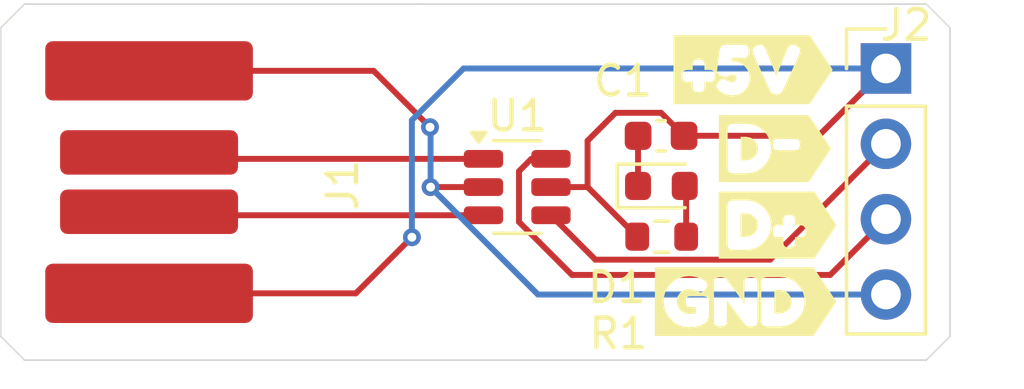
<source format=kicad_pcb>
(kicad_pcb (version 20240108) (generator "pcbnew") (generator_version "8.0")
  (layers (0 "F.Cu" signal) (31 "B.Cu" signal) (34 "B.Paste" user) (35 "F.Paste" user) (36 "B.SilkS" user "B.Silkscreen") (37 "F.SilkS" user "F.Silkscreen") (38 "B.Mask" user) (39 "F.Mask" user) (44 "Edge.Cuts" user))
  (net 0 "")
  (net 1 "GNDD")
  (net 2 "+5V_USB")
  (net 3 "Net-(D1-A)")
  (net 4 "Net-(J1-D+)")
  (net 5 "Net-(J1-D-)")
  (net 6 "/mD_P")
  (net 7 "/mD_N")
  (footprint "kibuzzard-65ECED21" (layer "F.Cu") (at 146.51 75.71)
    (property "Reference" "kibuzzard-65ECED21" (hide yes))
    (property "Value" "G***" (hide yes))
    (fp_poly (pts (xy -1.158875 0.396478) (xy -0.965994 0.396478) (xy -0.81538 0.367605) (xy -0.687388 0.280987) (xy -0.599877 0.153293) (xy -0.570706 0.001191) (xy -0.599877 -0.151209) (xy -0.687388 -0.279797) (xy -0.815975 -0.367308) (xy -0.968375 -0.396478) (xy -1.158875 -0.396478) (xy -1.158875 0.396478)) (fill solid) (layer "F.SilkS"))
    (fp_poly (pts (xy -1.594644 -1.129903) (xy -1.8923 -1.129903) (xy -1.8923 1.129903) (xy -1.594644 1.129903) (xy -1.37795 1.129903) (xy -1.37795 0.832247) (xy -1.498203 0.815578) (xy -1.563688 0.764381) (xy -1.588691 0.697706) (xy -1.594644 0.613172) (xy -1.594644 -0.617934) (xy -1.591072 -0.697706) (xy -1.56845 -0.763191) (xy -1.501775 -0.816769) (xy -1.375569 -0.832247) (xy -0.965994 -0.832247) (xy -0.801688 -0.817066) (xy -0.649288 -0.771525) (xy -0.508794 -0.695623) (xy -0.380206 -0.589359) (xy -0.272901 -0.461963) (xy -0.196255 -0.322659) (xy -0.150267 -0.17145) (xy -0.134938 -0.008334) (xy -0.150267 0.159172) (xy -0.196255 0.314027) (xy -0.272901 0.456233) (xy -0.380206 0.585787) (xy -0.50924 0.693613) (xy -0.651073 0.770632) (xy -0.805706 0.816843) (xy -0.973138 0.832247) (xy -1.37795 0.832247) (xy -1.37795 1.129903) (xy 0.667544 1.129903) (xy 0.667544 0.053578) (xy 0.100806 0.053578) (xy -0.005755 0.033338) (xy -0.058738 -0.027384) (xy -0.070644 -0.136922) (xy -0.056356 -0.244078) (xy -0.011113 -0.301228) (xy 0.103187 -0.322659) (xy 0.669925 -0.322659) (xy 0.775891 -0.303014) (xy 0.827087 -0.244078) (xy 0.841375 -0.134541) (xy 0.828278 -0.026194) (xy 0.786606 0.032147) (xy 0.667544 0.053578) (xy 0.667544 1.129903) (xy 0.841375 1.129903) (xy 1.139031 1.129903) (xy 1.8923 0) (xy 1.139031 -1.129903) (xy 0.841375 -1.129903) (xy -1.594644 -1.129903)) (fill solid) (layer "F.SilkS"))
  )
  (footprint "Resistor_SMD:R_0603_1608Metric" (layer "F.Cu") (at 142.69 78.68)
    (property "Reference" "R1" (at -1.46 3.27 0) (layer "F.SilkS"))
    (property "Value" "1K")
    (fp_line (start -0.237258 -0.5225) (end 0.237258 -0.5225) (stroke (width 0.12)) (layer "F.SilkS"))
    (fp_line (start -0.237258 0.5225) (end 0.237258 0.5225) (stroke (width 0.12)) (layer "F.SilkS"))
    (pad "1" smd roundrect (at -0.825 0) (size 0.8 0.95) (layers "F.Cu" "F.Paste" "F.Mask") (net 2 "+5V_USB"))
    (pad "2" smd roundrect (at 0.825 0) (size 0.8 0.95) (layers "F.Cu" "F.Paste" "F.Mask") (net 3 "Net-(D1-A)"))
  )
  (footprint "Package_TO_SOT_SMD:SOT-23-6" (layer "F.Cu") (at 137.82 77.0075)
    (property "Reference" "U1" (at 0 -2.4 0) (layer "F.SilkS"))
    (property "Value" "USBLC6-2SC6")
    (fp_line (start 0 -1.56) (end -0.8 -1.56) (stroke (width 0.12)) (layer "F.SilkS"))
    (fp_line (start 0 -1.56) (end 0.8 -1.56) (stroke (width 0.12)) (layer "F.SilkS"))
    (fp_line (start 0 1.56) (end -0.8 1.56) (stroke (width 0.12)) (layer "F.SilkS"))
    (fp_line (start 0 1.56) (end 0.8 1.56) (stroke (width 0.12)) (layer "F.SilkS"))
    (fp_poly (pts (xy -1.3 -1.51) (xy -1.54 -1.84) (xy -1.06 -1.84) (xy -1.3 -1.51)) (stroke (width 0.12)) (fill solid) (layer "F.SilkS"))
    (pad "1" smd roundrect (at -1.1375 -0.95) (size 1.325 0.6) (layers "F.Cu" "F.Paste" "F.Mask") (net 4 "Net-(J1-D+)"))
    (pad "2" smd roundrect (at -1.1375 0) (size 1.325 0.6) (layers "F.Cu" "F.Paste" "F.Mask") (net 1 "GNDD"))
    (pad "3" smd roundrect (at -1.1375 0.95) (size 1.325 0.6) (layers "F.Cu" "F.Paste" "F.Mask") (net 5 "Net-(J1-D-)"))
    (pad "4" smd roundrect (at 1.1375 0.95) (size 1.325 0.6) (layers "F.Cu" "F.Paste" "F.Mask") (net 7 "/mD_N"))
    (pad "5" smd roundrect (at 1.1375 0) (size 1.325 0.6) (layers "F.Cu" "F.Paste" "F.Mask") (net 2 "+5V_USB"))
    (pad "6" smd roundrect (at 1.1375 -0.95) (size 1.325 0.6) (layers "F.Cu" "F.Paste" "F.Mask") (net 6 "/mD_P"))
  )
  (footprint "Connector_PinHeader_2.54mm:PinHeader_1x04_P2.54mm_Vertical" (layer "F.Cu") (at 150.25 73.01)
    (property "Reference" "J2" (at 0.68 -1.46 0) (layer "F.SilkS"))
    (property "Value" "Conn_01x04")
    (fp_line (start -1.33 -1.33) (end 0 -1.33) (stroke (width 0.12)) (layer "F.SilkS"))
    (fp_line (start -1.33 0) (end -1.33 -1.33) (stroke (width 0.12)) (layer "F.SilkS"))
    (fp_line (start -1.33 1.27) (end -1.33 8.95) (stroke (width 0.12)) (layer "F.SilkS"))
    (fp_line (start -1.33 1.27) (end 1.33 1.27) (stroke (width 0.12)) (layer "F.SilkS"))
    (fp_line (start -1.33 8.95) (end 1.33 8.95) (stroke (width 0.12)) (layer "F.SilkS"))
    (fp_line (start 1.33 1.27) (end 1.33 8.95) (stroke (width 0.12)) (layer "F.SilkS"))
    (pad "1" thru_hole rect (at 0 0) (size 1.7 1.7) (drill 1) (layers "*.Cu" "*.Mask") (net 2 "+5V_USB"))
    (pad "2" thru_hole oval (at 0 2.54) (size 1.7 1.7) (drill 1) (layers "*.Cu" "*.Mask") (net 7 "/mD_N"))
    (pad "3" thru_hole oval (at 0 5.08) (size 1.7 1.7) (drill 1) (layers "*.Cu" "*.Mask") (net 6 "/mD_P"))
    (pad "4" thru_hole oval (at 0 7.62) (size 1.7 1.7) (drill 1) (layers "*.Cu" "*.Mask") (net 1 "GNDD"))
  )
  (footprint "kibuzzard-65ECED44" (layer "F.Cu") (at 145.52 80.87)
    (property "Reference" "kibuzzard-65ECED44" (hide yes))
    (property "Value" "G***" (hide yes))
    (fp_poly (pts (xy 0.965597 0.397669) (xy 1.158478 0.397669) (xy 1.309092 0.368796) (xy 1.437084 0.282178) (xy 1.524595 0.154484) (xy 1.553766 0.002381) (xy 1.524595 -0.150019) (xy 1.437084 -0.278606) (xy 1.308497 -0.366117) (xy 1.156097 -0.395287) (xy 0.965597 -0.395287) (xy 0.965597 0.397669)) (fill solid) (layer "F.SilkS"))
    (fp_poly (pts (xy -2.761059 -1.157287) (xy -3.058716 -1.157287) (xy -3.058716 1.157287) (xy -2.761059 1.157287) (xy -1.922859 1.157287) (xy -1.922859 0.859631) (xy -2.088356 0.843409) (xy -2.241947 0.794742) (xy -2.383631 0.713631) (xy -2.513409 0.600075) (xy -2.621756 0.463897) (xy -2.699147 0.31492) (xy -2.745581 0.153144) (xy -2.761059 -0.021431) (xy -2.745358 -0.187896) (xy -2.698254 -0.342007) (xy -2.619747 -0.483766) (xy -2.509837 -0.613172) (xy -2.377901 -0.720998) (xy -2.233315 -0.798016) (xy -2.076078 -0.844228) (xy -1.906191 -0.859631) (xy -1.782663 -0.850999) (xy -1.650206 -0.825103) (xy -1.524893 -0.783729) (xy -1.422797 -0.728662) (xy -1.356122 -0.681038) (xy -1.312069 -0.631031) (xy -1.289447 -0.561975) (xy -1.344216 -0.428625) (xy -1.432322 -0.33397) (xy -1.520428 -0.302419) (xy -1.649016 -0.357187) (xy -1.771055 -0.407194) (xy -1.918097 -0.423863) (xy -2.074664 -0.394395) (xy -2.206228 -0.305991) (xy -2.295525 -0.174724) (xy -2.325291 -0.016669) (xy -2.294334 0.146447) (xy -2.201466 0.288131) (xy -2.06752 0.386358) (xy -1.913334 0.4191) (xy -1.776412 0.411361) (xy -1.675209 0.388144) (xy -1.675209 0.183356) (xy -1.851422 0.183356) (xy -1.915716 0.179784) (xy -1.965722 0.160734) (xy -2.006203 0.104775) (xy -2.018109 -0.002381) (xy -2.005012 -0.107156) (xy -1.960959 -0.163116) (xy -1.908572 -0.182166) (xy -1.844278 -0.185737) (xy -1.427559 -0.185737) (xy -1.335881 -0.169069) (xy -1.279922 -0.138112) (xy -1.251347 -0.090488) (xy -1.240631 -0.0381) (xy -1.239441 0.021431) (xy -1.239441 0.509588) (xy -1.296591 0.646509) (xy -1.363861 0.711696) (xy -1.451372 0.766762) (xy -1.583134 0.818356) (xy -1.740297 0.849313) (xy -1.922859 0.859631) (xy -1.922859 1.157287) (xy -0.851297 1.157287) (xy -0.851297 0.835819) (xy -0.973931 0.81915) (xy -1.038225 0.765572) (xy -1.060847 0.700087) (xy -1.065609 0.616744) (xy -1.065609 -0.619125) (xy -1.060847 -0.698897) (xy -1.037034 -0.762) (xy -0.97155 -0.813197) (xy -0.846534 -0.828675) (xy -0.738187 -0.814387) (xy -0.677466 -0.784622) (xy -0.634603 -0.735806) (xy -0.039291 0.064294) (xy -0.039291 -0.619125) (xy -0.034528 -0.697706) (xy -0.010716 -0.760809) (xy 0.055959 -0.812006) (xy 0.179784 -0.828675) (xy 0.303609 -0.812006) (xy 0.370284 -0.757237) (xy 0.392906 -0.691753) (xy 0.396478 -0.6096) (xy 0.396478 0.619125) (xy 0.392906 0.701278) (xy 0.370284 0.765572) (xy 0.303609 0.81915) (xy 0.177403 0.835819) (xy 0.054769 0.822722) (xy -0.015478 0.771525) (xy -0.632222 -0.042863) (xy -0.632222 0.619125) (xy -0.635794 0.701278) (xy -0.658416 0.765572) (xy -0.725091 0.81915) (xy -0.851297 0.835819) (xy -0.851297 1.157287) (xy 0.746522 1.157287) (xy 0.746522 0.833438) (xy 0.626269 0.816769) (xy 0.560784 0.765572) (xy 0.535781 0.698897) (xy 0.529828 0.614363) (xy 0.529828 -0.616744) (xy 0.5334 -0.696516) (xy 0.556022 -0.762) (xy 0.622697 -0.815578) (xy 0.748903 -0.831056) (xy 1.158478 -0.831056) (xy 1.322784 -0.815876) (xy 1.475184 -0.770334) (xy 1.615678 -0.694432) (xy 1.744266 -0.588169) (xy 1.851571 -0.460772) (xy 1.928217 -0.321469) (xy 1.974205 -0.170259) (xy 1.989534 -0.007144) (xy 1.974205 0.160362) (xy 1.928217 0.315218) (xy 1.851571 0.457423) (xy 1.744266 0.586978) (xy 1.615232 0.694804) (xy 1.473398 0.771823) (xy 1.318766 0.818034) (xy 1.151334 0.833438) (xy 0.746522 0.833438) (xy 0.746522 1.157287) (xy 1.989534 1.157287) (xy 2.287191 1.157287) (xy 3.058716 0) (xy 2.287191 -1.157287) (xy 1.989534 -1.157287) (xy -2.761059 -1.157287)) (fill solid) (layer "F.SilkS"))
  )
  (footprint "kibuzzard-65ECED2E" (layer "F.Cu") (at 146.6 78.29)
    (property "Reference" "kibuzzard-65ECED2E" (hide yes))
    (property "Value" "G***" (hide yes))
    (fp_poly (pts (xy -1.254125 0.396478) (xy -1.061244 0.396478) (xy -0.91063 0.367605) (xy -0.782638 0.280987) (xy -0.695127 0.153293) (xy -0.665956 0.001191) (xy -0.695127 -0.151209) (xy -0.782638 -0.279797) (xy -0.911225 -0.367308) (xy -1.063625 -0.396478) (xy -1.254125 -0.396478) (xy -1.254125 0.396478)) (fill solid) (layer "F.SilkS"))
    (fp_poly (pts (xy -1.689894 -1.129903) (xy -1.98755 -1.129903) (xy -1.98755 1.129903) (xy -1.689894 1.129903) (xy -1.4732 1.129903) (xy -1.4732 0.832247) (xy -1.593453 0.815578) (xy -1.658937 0.764381) (xy -1.683941 0.697706) (xy -1.689894 0.613172) (xy -1.689894 -0.617934) (xy -1.686322 -0.697706) (xy -1.6637 -0.763191) (xy -1.597025 -0.816769) (xy -1.470819 -0.832247) (xy -1.061244 -0.832247) (xy -0.896938 -0.817066) (xy -0.744538 -0.771525) (xy -0.604044 -0.695623) (xy -0.475456 -0.589359) (xy -0.368151 -0.461963) (xy -0.291505 -0.322659) (xy -0.245517 -0.17145) (xy -0.230188 -0.008334) (xy -0.245517 0.159172) (xy -0.291505 0.314027) (xy -0.368151 0.456233) (xy -0.475456 0.585787) (xy -0.60449 0.693613) (xy -0.746323 0.770632) (xy -0.900956 0.816843) (xy -1.068388 0.832247) (xy -1.4732 0.832247) (xy -1.4732 1.129903) (xy 0.386556 1.129903) (xy 0.386556 0.756047) (xy 0.274638 0.740569) (xy 0.215106 0.690562) (xy 0.194866 0.631031) (xy 0.191294 0.558403) (xy 0.191294 0.403622) (xy 0.019844 0.403622) (xy -0.048022 0.40005) (xy -0.102791 0.379809) (xy -0.149225 0.320278) (xy -0.163512 0.205978) (xy -0.148034 0.091678) (xy -0.098028 0.032147) (xy -0.037306 0.011906) (xy 0.036512 0.008334) (xy 0.191294 0.008334) (xy 0.191294 -0.148828) (xy 0.194866 -0.221456) (xy 0.215106 -0.279797) (xy 0.274638 -0.327422) (xy 0.388938 -0.341709) (xy 0.500856 -0.326231) (xy 0.560387 -0.277416) (xy 0.580628 -0.219075) (xy 0.5842 -0.146447) (xy 0.5842 0.008334) (xy 0.741363 0.008334) (xy 0.813991 0.011906) (xy 0.872331 0.032147) (xy 0.921147 0.092869) (xy 0.936625 0.208359) (xy 0.922337 0.320278) (xy 0.875903 0.379809) (xy 0.821134 0.40005) (xy 0.753269 0.403622) (xy 0.5842 0.403622) (xy 0.5842 0.560784) (xy 0.580628 0.633412) (xy 0.560387 0.691753) (xy 0.500856 0.740569) (xy 0.386556 0.756047) (xy 0.386556 1.129903) (xy 0.936625 1.129903) (xy 1.234281 1.129903) (xy 1.98755 0) (xy 1.234281 -1.129903) (xy 0.936625 -1.129903) (xy -1.689894 -1.129903)) (fill solid) (layer "F.SilkS"))
  )
  (footprint "LED_SMD:LED_0603_1608Metric" (layer "F.Cu") (at 142.68 76.97)
    (property "Reference" "D1" (at -1.5 3.42 0) (layer "F.SilkS"))
    (property "Value" "GREEN")
    (fp_line (start -1.485 -0.735) (end -1.485 0.735) (stroke (width 0.12)) (layer "F.SilkS"))
    (fp_line (start -1.485 0.735) (end 0.8 0.735) (stroke (width 0.12)) (layer "F.SilkS"))
    (fp_line (start 0.8 -0.735) (end -1.485 -0.735) (stroke (width 0.12)) (layer "F.SilkS"))
    (pad "1" smd roundrect (at -0.7875 0) (size 0.875 0.95) (layers "F.Cu" "F.Paste" "F.Mask") (net 1 "GNDD"))
    (pad "2" smd roundrect (at 0.7875 0) (size 0.875 0.95) (layers "F.Cu" "F.Paste" "F.Mask") (net 3 "Net-(D1-A)"))
  )
  (footprint "Capacitor_SMD:C_0603_1608Metric" (layer "F.Cu") (at 142.67 75.28 180)
    (property "Reference" "C1" (at 1.29 1.85 180) (layer "F.SilkS"))
    (property "Value" "0.1u")
    (fp_line (start -0.14058 0.51) (end 0.14058 0.51) (stroke (width 0.12)) (layer "F.SilkS"))
    (fp_line (start -0.14058 -0.51) (end 0.14058 -0.51) (stroke (width 0.12)) (layer "F.SilkS"))
    (pad "1" smd roundrect (at -0.775 0 180) (size 0.9 0.95) (layers "F.Cu" "F.Paste" "F.Mask") (net 2 "+5V_USB"))
    (pad "2" smd roundrect (at 0.775 0 180) (size 0.9 0.95) (layers "F.Cu" "F.Paste" "F.Mask") (net 1 "GNDD"))
  )
  (footprint "kibuzzard-65ECED05" (layer "F.Cu") (at 145.77 73.05)
    (property "Reference" "kibuzzard-65ECED05" (hide yes))
    (property "Value" "G***" (hide yes))
    (fp_poly (pts (xy -2.386806 -1.163241) (xy -2.684463 -1.163241) (xy -2.684463 1.163241) (xy -2.386806 1.163241) (xy -1.836738 1.163241) (xy -1.836738 0.756047) (xy -1.948656 0.740569) (xy -2.008187 0.690563) (xy -2.028428 0.631031) (xy -2.032 0.558403) (xy -2.032 0.403622) (xy -2.20345 0.403622) (xy -2.271316 0.40005) (xy -2.326084 0.379809) (xy -2.372519 0.320278) (xy -2.386806 0.205978) (xy -2.371328 0.091678) (xy -2.321322 0.032147) (xy -2.2606 0.011906) (xy -2.186781 0.008334) (xy -2.032 0.008334) (xy -2.032 -0.148828) (xy -2.028428 -0.221456) (xy -2.008187 -0.279797) (xy -1.948656 -0.327422) (xy -1.834356 -0.341709) (xy -1.722437 -0.326231) (xy -1.662906 -0.277416) (xy -1.642666 -0.219075) (xy -1.639094 -0.146447) (xy -1.639094 0.008334) (xy -1.481931 0.008334) (xy -1.409303 0.011906) (xy -1.350962 0.032147) (xy -1.302147 0.092869) (xy -1.286669 0.208359) (xy -1.300956 0.320278) (xy -1.347391 0.379809) (xy -1.402159 0.40005) (xy -1.470025 0.403622) (xy -1.639094 0.403622) (xy -1.639094 0.560784) (xy -1.642666 0.633413) (xy -1.662906 0.691753) (xy -1.722437 0.740569) (xy -1.836738 0.756047) (xy -1.836738 1.163241) (xy -0.691356 1.163241) (xy -0.691356 0.865584) (xy -0.819944 0.855166) (xy -0.939006 0.823913) (xy -1.100931 0.741759) (xy -1.150938 0.698897) (xy -1.241425 0.553641) (xy -1.153319 0.391716) (xy -1.005681 0.310753) (xy -0.843756 0.389334) (xy -0.705644 0.427434) (xy -0.591344 0.391716) (xy -0.550862 0.291703) (xy -0.593725 0.192881) (xy -0.6985 0.153591) (xy -0.791369 0.186928) (xy -0.924719 0.244078) (xy -1.0795 0.196453) (xy -1.185466 0.125016) (xy -1.215231 0.055959) (xy -1.127125 -0.620316) (xy -1.115219 -0.686991) (xy -1.087834 -0.752475) (xy -1.021159 -0.815578) (xy -0.90805 -0.837009) (xy -0.362744 -0.834628) (xy -0.280591 -0.829866) (xy -0.216297 -0.807244) (xy -0.162719 -0.740569) (xy -0.14605 -0.610791) (xy -0.161528 -0.491728) (xy -0.212725 -0.428625) (xy -0.274637 -0.407194) (xy -0.350837 -0.403622) (xy -0.71755 -0.403622) (xy -0.734219 -0.277416) (xy -0.693738 -0.282178) (xy -0.681831 -0.282178) (xy -0.537104 -0.263525) (xy -0.404548 -0.207566) (xy -0.284163 -0.1143) (xy -0.188912 0.003572) (xy -0.131762 0.13335) (xy -0.112712 0.275034) (xy -0.131233 0.432858) (xy -0.186796 0.572955) (xy -0.2794 0.695325) (xy -0.399256 0.789914) (xy -0.536575 0.846667) (xy -0.691356 0.865584) (xy -0.691356 1.163241) (xy 0.792162 1.163241) (xy 0.792162 0.832247) (xy 0.658813 0.802481) (xy 0.57785 0.713184) (xy 0.013494 -0.527447) (xy -0.010319 -0.692944) (xy 0.123031 -0.806053) (xy 0.301625 -0.841772) (xy 0.411162 -0.706041) (xy 0.7874 0.220266) (xy 1.163637 -0.706041) (xy 1.275556 -0.840581) (xy 1.451769 -0.806053) (xy 1.588691 -0.691753) (xy 1.561306 -0.527447) (xy 0.99695 0.713184) (xy 0.914797 0.8001) (xy 0.792162 0.832247) (xy 0.792162 1.163241) (xy 1.611312 1.163241) (xy 1.908969 1.163241) (xy 2.684463 0) (xy 1.908969 -1.163241) (xy 1.611312 -1.163241) (xy -2.386806 -1.163241)) (fill solid) (layer "F.SilkS"))
  )
  (footprint "Connector_USB_PCB_Edge:USB_A_PCB_Edge_receptacle" (layer "F.Cu") (at 125.41 76.84)
    (property "Reference" "J1" (at 6.52 0.1 90) (layer "F.SilkS"))
    (property "Value" "USB_A_PCB_Edge_receptacle")
    (fp_line (start -5 -5.2) (end -5 5.2) (stroke (width 0.05)) (layer "Edge.Cuts"))
    (fp_line (start -5 -5.2) (end -4.2 -6) (stroke (width 0.05)) (layer "Edge.Cuts"))
    (fp_line (start -5 5.2) (end -4.2 6) (stroke (width 0.05)) (layer "Edge.Cuts"))
    (fp_line (start 9 -6) (end -4.2 -6) (stroke (width 0.05)) (layer "Edge.Cuts"))
    (fp_line (start 9 6) (end -4.2 6) (stroke (width 0.05)) (layer "Edge.Cuts"))
    (pad "1" smd roundrect (at 0 3.75) (size 7 2) (layers "F.Cu" "F.Paste" "F.Mask") (roundrect_rratio 0.125) (net 2 "+5V_USB"))
    (pad "2" smd roundrect (at 0 1) (size 6 1.5) (layers "F.Cu" "F.Paste" "F.Mask") (roundrect_rratio 0.1666666667) (net 5 "Net-(J1-D-)"))
    (pad "3" smd roundrect (at 0 -1) (size 6 1.5) (layers "F.Cu" "F.Paste" "F.Mask") (roundrect_rratio 0.1666666667) (net 4 "Net-(J1-D+)"))
    (pad "4" smd roundrect (at 0 -3.75) (size 7 2) (layers "F.Cu" "F.Paste" "F.Mask") (roundrect_rratio 0.125) (net 1 "GNDD"))
  )
  (gr_line (start 152.41 82.04) (end 152.41 71.64) (stroke (width 0.05)) (layer "Edge.Cuts"))
  (gr_line (start 151.61 70.84) (end 152.41 71.64) (stroke (width 0.05)) (layer "Edge.Cuts"))
  (gr_line (start 151.61 82.84) (end 152.41 82.04) (stroke (width 0.05)) (layer "Edge.Cuts"))
  (gr_line (start 134.41 70.84) (end 151.61 70.84) (stroke (width 0.05)) (layer "Edge.Cuts"))
  (gr_line (start 134.41 82.84) (end 151.61 82.84) (stroke (width 0.05)) (layer "Edge.Cuts"))
  (segment (start 125.41 73.09) (end 132.98 73.09) (width 0.2) (layer "F.Cu") (net 1))
  (segment (start 134.9025 77.0075) (end 134.9 77.01) (width 0.2) (layer "F.Cu") (net 1))
  (segment (start 136.6825 77.0075) (end 134.9025 77.0075) (width 0.2) (layer "F.Cu") (net 1))
  (segment (start 132.98 73.09) (end 134.88 74.99) (width 0.2) (layer "F.Cu") (net 1))
  (segment (start 141.8925 76.97) (end 141.8925 75.2825) (width 0.2) (layer "F.Cu") (net 1))
  (segment (start 141.8925 75.2825) (end 141.895 75.28) (width 0.2) (layer "F.Cu") (net 1))
  (via (at 134.88 74.99) (size 0.6) (drill 0.3) (layers "F.Cu" "B.Cu") (net 1))
  (via (at 134.9 77.01) (size 0.6) (drill 0.3) (layers "F.Cu" "B.Cu") (net 1))
  (segment (start 138.52 80.63) (end 134.9 77.01) (width 0.2) (layer "B.Cu") (net 1))
  (segment (start 134.9 75.01) (end 134.88 74.99) (width 0.2) (layer "B.Cu") (net 1))
  (segment (start 134.9 77.01) (end 134.9 75.01) (width 0.2) (layer "B.Cu") (net 1))
  (segment (start 150.25 80.63) (end 138.52 80.63) (width 0.2) (layer "B.Cu") (net 1))
  (segment (start 142.67 74.505) (end 141.131948 74.505) (width 0.2) (layer "F.Cu") (net 2))
  (segment (start 143.445 75.28) (end 147.98 75.28) (width 0.2) (layer "F.Cu") (net 2))
  (segment (start 147.98 75.28) (end 150.25 73.01) (width 0.2) (layer "F.Cu") (net 2))
  (segment (start 141.865 78.68) (end 140.1925 77.0075) (width 0.2) (layer "F.Cu") (net 2))
  (segment (start 141.131948 74.505) (end 140.1925 75.444448) (width 0.2) (layer "F.Cu") (net 2))
  (segment (start 143.445 75.28) (end 142.67 74.505) (width 0.2) (layer "F.Cu") (net 2))
  (segment (start 140.1925 75.444448) (end 140.1925 77.0075) (width 0.2) (layer "F.Cu") (net 2))
  (segment (start 132.38 80.59) (end 134.27 78.7) (width 0.2) (layer "F.Cu") (net 2))
  (segment (start 140.1925 77.0075) (end 138.9575 77.0075) (width 0.2) (layer "F.Cu") (net 2))
  (segment (start 125.41 80.59) (end 132.38 80.59) (width 0.2) (layer "F.Cu") (net 2))
  (via (at 134.27 78.7) (size 0.6) (drill 0.3) (layers "F.Cu" "B.Cu") (net 2))
  (segment (start 134.27 74.751471) (end 134.27 78.7) (width 0.2) (layer "B.Cu") (net 2))
  (segment (start 150.25 73.01) (end 136.011471 73.01) (width 0.2) (layer "B.Cu") (net 2))
  (segment (start 136.011471 73.01) (end 134.27 74.751471) (width 0.2) (layer "B.Cu") (net 2))
  (segment (start 143.515 78.68) (end 143.515 77.0175) (width 0.2) (layer "F.Cu") (net 3))
  (segment (start 143.515 77.0175) (end 143.4675 76.97) (width 0.2) (layer "F.Cu") (net 3))
  (segment (start 136.6825 76.0575) (end 125.6275 76.0575) (width 0.2) (layer "F.Cu") (net 4))
  (segment (start 125.6275 76.0575) (end 125.41 75.84) (width 0.2) (layer "F.Cu") (net 4))
  (segment (start 125.5275 77.9575) (end 125.41 77.84) (width 0.2) (layer "F.Cu") (net 5))
  (segment (start 136.6825 77.9575) (end 125.5275 77.9575) (width 0.2) (layer "F.Cu") (net 5))
  (segment (start 137.88 78.183052) (end 139.666948 79.97) (width 0.2) (layer "F.Cu") (net 6))
  (segment (start 137.88 76.472501) (end 137.88 78.183052) (width 0.2) (layer "F.Cu") (net 6))
  (segment (start 138.295001 76.0575) (end 137.88 76.472501) (width 0.2) (layer "F.Cu") (net 6))
  (segment (start 139.666948 79.97) (end 148.37 79.97) (width 0.2) (layer "F.Cu") (net 6))
  (segment (start 138.9575 76.0575) (end 138.295001 76.0575) (width 0.2) (layer "F.Cu") (net 6))
  (segment (start 148.37 79.97) (end 150.25 78.09) (width 0.2) (layer "F.Cu") (net 6))
  (segment (start 140.455 79.455) (end 146.345 79.455) (width 0.2) (layer "F.Cu") (net 7))
  (segment (start 138.9575 77.9575) (end 140.455 79.455) (width 0.2) (layer "F.Cu") (net 7))
  (segment (start 146.345 79.455) (end 150.25 75.55) (width 0.2) (layer "F.Cu") (net 7))
)
</source>
